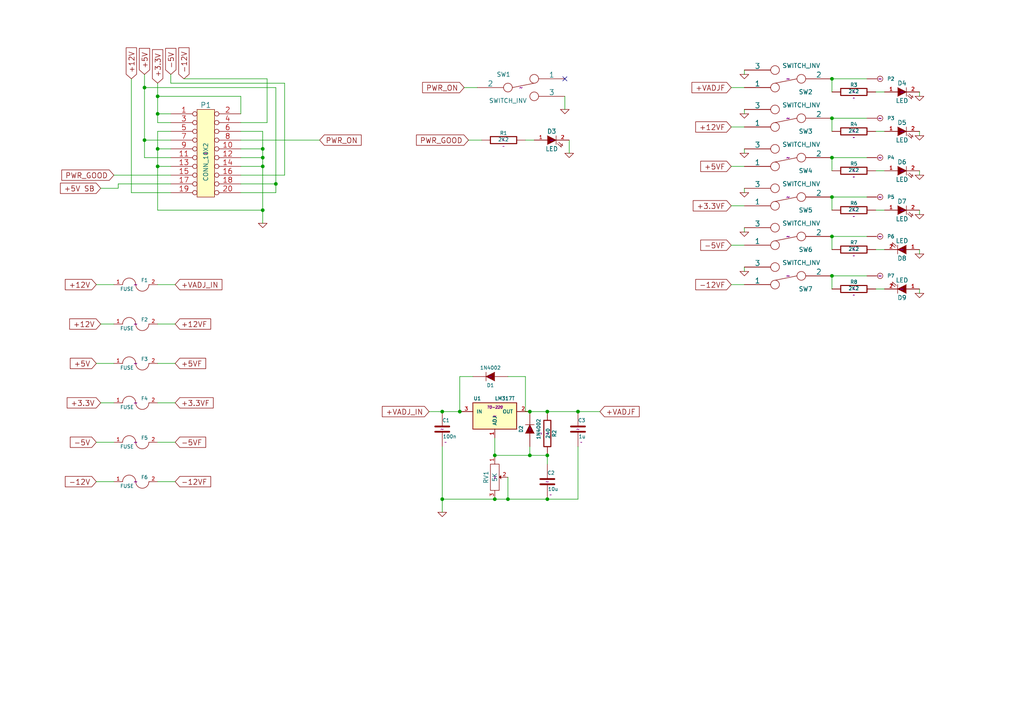
<source format=kicad_sch>
(kicad_sch (version 20230121) (generator eeschema)
  (paper "A4")
  (title_block (date "4 aug 2014"))
  (lib_symbols
    (symbol "5x5_atx_breakout-rescue:C" (pin_numbers hide) (pin_names (offset 0.254))
      (property "Reference" "C" (at 0 2.54 0))
      (property "Value" "C" (at 0.1524 -2.159 0))
      (symbol "C_0_1"
        (polyline (pts (xy -2.032 -0.762) (xy 2.032 -0.762)) (stroke (width 0.508)))
        (polyline (pts (xy -2.032 0.762) (xy 2.032 0.762)) (stroke (width 0.508)))
      )
      (symbol "C_1_1"
        (pin passive line (at 0 5.08 270) (length 4.318) (name "~") (number "1"))
        (pin passive line (at 0 -5.08 90) (length 4.318) (name "~") (number "2"))
      )
    )
    (symbol "5x5_atx_breakout-rescue:CONN_1" (pin_numbers hide) (pin_names (offset 0.762) hide)
      (property "Reference" "P" (at 2.032 0 0))
      (symbol "CONN_1_0_1"
        (polyline (pts (xy -0.762 0) (xy -1.27 0)))
        (circle (center 0 0) (radius 0.7874))
      )
      (symbol "CONN_1_1_1"
        (pin passive line (at -3.81 0 0) (length 2.54) (name "1") (number "1"))
      )
    )
    (symbol "5x5_atx_breakout-rescue:CONN_10X2" (pin_names (offset 0.254) hide)
      (property "Reference" "P" (at 0 13.97 0))
      (property "Value" "CONN_10X2" (at 0 -2.54 90))
      (symbol "CONN_10X2_0_1"
        (rectangle (start -2.54 12.7) (end 2.54 -12.7) (fill (type background)))
      )
      (symbol "CONN_10X2_1_1"
        (pin passive inverted (at -10.16 11.43 0) (length 7.62) (name "P1") (number "1"))
        (pin passive inverted (at 10.16 1.27 180) (length 7.62) (name "P10") (number "10"))
        (pin passive inverted (at -10.16 -1.27 0) (length 7.62) (name "P11") (number "11"))
        (pin passive inverted (at 10.16 -1.27 180) (length 7.62) (name "P12") (number "12"))
        (pin passive inverted (at -10.16 -3.81 0) (length 7.62) (name "P13") (number "13"))
        (pin passive inverted (at 10.16 -3.81 180) (length 7.62) (name "P14") (number "14"))
        (pin passive inverted (at -10.16 -6.35 0) (length 7.62) (name "P15") (number "15"))
        (pin passive inverted (at 10.16 -6.35 180) (length 7.62) (name "P16") (number "16"))
        (pin passive inverted (at -10.16 -8.89 0) (length 7.62) (name "P17") (number "17"))
        (pin passive inverted (at 10.16 -8.89 180) (length 7.62) (name "P18") (number "18"))
        (pin passive inverted (at -10.16 -11.43 0) (length 7.62) (name "P19") (number "19"))
        (pin passive inverted (at 10.16 11.43 180) (length 7.62) (name "P2") (number "2"))
        (pin passive inverted (at 10.16 -11.43 180) (length 7.62) (name "P20") (number "20"))
        (pin passive inverted (at -10.16 8.89 0) (length 7.62) (name "P3") (number "3"))
        (pin passive inverted (at 10.16 8.89 180) (length 7.62) (name "P4") (number "4"))
        (pin passive inverted (at -10.16 6.35 0) (length 7.62) (name "P5") (number "5"))
        (pin passive inverted (at 10.16 6.35 180) (length 7.62) (name "P6") (number "6"))
        (pin passive inverted (at -10.16 3.81 0) (length 7.62) (name "P7") (number "7"))
        (pin passive inverted (at 10.16 3.81 180) (length 7.62) (name "P8") (number "8"))
        (pin passive inverted (at -10.16 1.27 0) (length 7.62) (name "P9") (number "9"))
      )
    )
    (symbol "5x5_atx_breakout-rescue:DIODE" (pin_numbers hide) (pin_names (offset 1.016) hide)
      (property "Reference" "D" (at 0 2.54 0))
      (property "Value" "DIODE" (at 0 -2.54 0))
      (symbol "DIODE_0_1"
        (polyline (pts (xy 1.27 1.27) (xy 1.27 -1.27)) (stroke (width 0.1524)))
        (polyline (pts (xy -1.27 1.27) (xy 1.27 0) (xy -1.27 -1.27)) (fill (type outline)))
      )
      (symbol "DIODE_1_1"
        (pin passive line (at -5.08 0 0) (length 3.81) (name "A") (number "1"))
        (pin passive line (at 5.08 0 180) (length 3.81) (name "K") (number "2"))
      )
    )
    (symbol "5x5_atx_breakout-rescue:FUSE" (pin_names (offset 0.254))
      (property "Reference" "F" (at 2.54 1.27 0))
      (property "Value" "FUSE" (at -2.54 -1.27 0))
      (symbol "FUSE_0_1"
        (arc (start 0 0) (mid -1.905 1.8967) (end -3.81 0))
        (arc (start 0 0) (mid 1.905 -1.8967) (end 3.81 0))
      )
      (symbol "FUSE_1_1"
        (pin input line (at -6.35 0 0) (length 2.54) (name "~") (number "1"))
        (pin input line (at 6.35 0 180) (length 2.54) (name "~") (number "2"))
      )
    )
    (symbol "5x5_atx_breakout-rescue:GND" (power) (pin_names (offset 0))
      (symbol "GND_0_1"
        (polyline (pts (xy -1.27 0) (xy 0 -1.27) (xy 1.27 0) (xy -1.27 0)))
      )
      (symbol "GND_1_1"
        (pin power_in line (at 0 0 90) (length 0) hide (name "GND") (number "1"))
      )
    )
    (symbol "5x5_atx_breakout-rescue:LED" (pin_names (offset 1.016) hide)
      (property "Reference" "D" (at 0 2.54 0))
      (property "Value" "LED" (at 0 -2.54 0))
      (symbol "LED_0_1"
        (polyline (pts (xy 1.27 1.27) (xy 1.27 -1.27)))
        (polyline (pts (xy -1.27 1.27) (xy 1.27 0) (xy -1.27 -1.27)) (fill (type outline)))
        (polyline (pts (xy 1.651 -1.016) (xy 2.794 -2.032) (xy 2.667 -1.397)))
        (polyline (pts (xy 2.032 -0.635) (xy 3.175 -1.651) (xy 3.048 -1.016)))
      )
      (symbol "LED_1_1"
        (pin passive line (at -5.08 0 0) (length 3.81) (name "A") (number "1"))
        (pin passive line (at 5.08 0 180) (length 3.81) (name "K") (number "2"))
      )
    )
    (symbol "5x5_atx_breakout-rescue:LM317T" (pin_names (offset 1.016))
      (property "Reference" "U" (at -5.08 5.08 0))
      (property "Value" "LM317T" (at 0 5.08 0))
      (property "Footprint" "TO-220" (at 0 2.54 0))
      (symbol "LM317T_0_1"
        (rectangle (start -6.35 3.81) (end 6.35 -3.81) (stroke (width 0.254)) (fill (type background)))
      )
      (symbol "LM317T_1_1"
        (pin input line (at 0 -6.35 90) (length 2.54) (name "ADJ") (number "1"))
        (pin power_out line (at 10.16 1.27 180) (length 3.81) (name "OUT") (number "2"))
        (pin input line (at -10.16 1.27 0) (length 3.81) (name "IN") (number "3"))
      )
    )
    (symbol "5x5_atx_breakout-rescue:POT" (pin_names (offset 1.016) hide)
      (property "Reference" "RV" (at 0 -2.54 0))
      (property "Value" "POT" (at 0 0 0))
      (symbol "POT_0_1"
        (rectangle (start -3.81 1.27) (end 3.81 -1.27))
        (polyline (pts (xy 0 1.27) (xy -0.508 1.778) (xy 0.508 1.778)) (fill (type outline)))
      )
      (symbol "POT_1_1"
        (pin passive line (at -6.35 0 0) (length 2.54) (name "1") (number "1"))
        (pin passive line (at 0 3.81 270) (length 2.032) (name "2") (number "2"))
        (pin passive line (at 6.35 0 180) (length 2.54) (name "3") (number "3"))
      )
    )
    (symbol "5x5_atx_breakout-rescue:R" (pin_numbers hide) (pin_names (offset 0))
      (property "Reference" "R" (at 2.032 0 90))
      (property "Value" "R" (at 0.1778 0.0254 90))
      (symbol "R_0_1"
        (rectangle (start -1.016 3.81) (end 1.016 -3.81) (stroke (width 0.3048)))
      )
      (symbol "R_1_1"
        (pin passive line (at 0 6.35 270) (length 2.54) (name "~") (number "1"))
        (pin passive line (at 0 -6.35 90) (length 2.54) (name "~") (number "2"))
      )
    )
    (symbol "5x5_atx_breakout-rescue:SWITCH_INV" (pin_numbers hide) (pin_names (offset 0))
      (property "Reference" "SW" (at -5.08 3.81 0))
      (property "Value" "SWITCH_INV" (at -3.81 -3.81 0))
      (symbol "SWITCH_INV_0_0"
        (circle (center -3.81 0) (radius 1.27))
        (circle (center 3.81 -2.54) (radius 1.27))
      )
      (symbol "SWITCH_INV_0_1"
        (polyline (pts (xy -2.54 0) (xy 3.81 1.27)))
        (circle (center 3.81 2.54) (radius 1.27))
      )
      (symbol "SWITCH_INV_1_1"
        (pin passive line (at 12.7 2.54 180) (length 7.62) (name "1") (number "1"))
        (pin passive line (at -12.7 0 0) (length 7.62) (name "2") (number "2"))
        (pin passive line (at 12.7 -2.54 180) (length 7.62) (name "3") (number "3"))
      )
    )
  )
  (junction (at 147.32 144.78))
  (junction (at 153.67 119.38))
  (junction (at 133.35 119.38))
  (junction (at 128.27 144.78))
  (junction (at 158.75 144.78))
  (junction (at 241.3 34.29))
  (junction (at 45.72 48.26))
  (junction (at 45.72 27.94))
  (junction (at 143.51 132.08))
  (junction (at 143.51 144.78))
  (junction (at 41.91 40.64))
  (junction (at 80.01 53.34))
  (junction (at 241.3 45.72))
  (junction (at 45.72 43.18))
  (junction (at 241.3 57.15))
  (junction (at 76.2 48.26))
  (junction (at 158.75 119.38))
  (junction (at 167.64 119.38))
  (junction (at 76.2 45.72))
  (junction (at 76.2 60.96))
  (junction (at 241.3 22.86))
  (junction (at 41.91 25.4))
  (junction (at 158.75 132.08))
  (junction (at 76.2 43.18))
  (junction (at 128.27 119.38))
  (junction (at 45.72 33.02))
  (junction (at 153.67 132.08))
  (junction (at 241.3 68.58))
  (junction (at 241.3 80.01))
  (no_connect (at 163.83 22.86))
  (wire (pts (xy 266.7 49.53) (xy 266.7 50.8)))
  (wire (pts (xy 45.72 35.56) (xy 49.53 35.56)))
  (wire (pts (xy 215.9 77.47) (xy 215.9 78.74)))
  (wire (pts (xy 45.72 48.26) (xy 49.53 48.26)))
  (wire (pts (xy 266.7 60.96) (xy 266.7 62.23)))
  (wire (pts (xy 254 60.96) (xy 256.54 60.96)))
  (wire (pts (xy 153.67 119.38) (xy 158.75 119.38)))
  (wire (pts (xy 69.85 38.1) (xy 76.2 38.1)))
  (wire (pts (xy 77.47 35.56) (xy 77.47 22.86)))
  (wire (pts (xy 158.75 132.08) (xy 158.75 134.62)))
  (wire (pts (xy 45.72 43.18) (xy 45.72 48.26)))
  (wire (pts (xy 241.3 22.86) (xy 241.3 26.67)))
  (wire (pts (xy 163.83 31.75) (xy 163.83 27.94)))
  (wire (pts (xy 153.67 132.08) (xy 158.75 132.08)))
  (wire (pts (xy 45.72 82.55) (xy 50.8 82.55)))
  (wire (pts (xy 69.85 27.94) (xy 45.72 27.94)))
  (wire (pts (xy 82.55 24.13) (xy 49.53 24.13)))
  (wire (pts (xy 241.3 68.58) (xy 241.3 72.39)))
  (wire (pts (xy 254 83.82) (xy 256.54 83.82)))
  (wire (pts (xy 266.7 72.39) (xy 266.7 73.66)))
  (wire (pts (xy 241.3 34.29) (xy 251.46 34.29)))
  (wire (pts (xy 167.64 119.38) (xy 173.99 119.38)))
  (wire (pts (xy 41.91 45.72) (xy 49.53 45.72)))
  (wire (pts (xy 27.94 82.55) (xy 33.02 82.55)))
  (wire (pts (xy 128.27 144.78) (xy 128.27 148.59)))
  (wire (pts (xy 128.27 144.78) (xy 143.51 144.78)))
  (wire (pts (xy 147.32 109.22) (xy 152.4 109.22)))
  (wire (pts (xy 134.62 25.4) (xy 138.43 25.4)))
  (wire (pts (xy 45.72 38.1) (xy 49.53 38.1)))
  (wire (pts (xy 152.4 109.22) (xy 152.4 119.38)))
  (wire (pts (xy 254 38.1) (xy 256.54 38.1)))
  (wire (pts (xy 215.9 36.83) (xy 212.09 36.83)))
  (wire (pts (xy 167.64 144.78) (xy 167.64 129.54)))
  (wire (pts (xy 49.53 55.88) (xy 38.1 55.88)))
  (wire (pts (xy 49.53 53.34) (xy 34.29 53.34)))
  (wire (pts (xy 266.7 83.82) (xy 266.7 85.09)))
  (wire (pts (xy 266.7 26.67) (xy 266.7 27.94)))
  (wire (pts (xy 69.85 43.18) (xy 76.2 43.18)))
  (wire (pts (xy 80.01 25.4) (xy 80.01 53.34)))
  (wire (pts (xy 41.91 25.4) (xy 41.91 40.64)))
  (wire (pts (xy 27.94 128.27) (xy 33.02 128.27)))
  (wire (pts (xy 27.94 105.41) (xy 33.02 105.41)))
  (wire (pts (xy 254 72.39) (xy 256.54 72.39)))
  (wire (pts (xy 34.29 54.61) (xy 29.21 54.61)))
  (wire (pts (xy 215.9 66.04) (xy 215.9 67.31)))
  (wire (pts (xy 212.09 25.4) (xy 215.9 25.4)))
  (wire (pts (xy 80.01 53.34) (xy 80.01 55.88)))
  (wire (pts (xy 154.94 40.64) (xy 152.4 40.64)))
  (wire (pts (xy 241.3 68.58) (xy 251.46 68.58)))
  (wire (pts (xy 49.53 50.8) (xy 33.02 50.8)))
  (wire (pts (xy 45.72 60.96) (xy 76.2 60.96)))
  (wire (pts (xy 69.85 50.8) (xy 82.55 50.8)))
  (wire (pts (xy 82.55 50.8) (xy 82.55 24.13)))
  (wire (pts (xy 215.9 20.32) (xy 215.9 21.59)))
  (wire (pts (xy 241.3 57.15) (xy 251.46 57.15)))
  (wire (pts (xy 254 26.67) (xy 256.54 26.67)))
  (wire (pts (xy 45.72 128.27) (xy 50.8 128.27)))
  (wire (pts (xy 77.47 22.86) (xy 53.34 22.86)))
  (wire (pts (xy 41.91 21.59) (xy 41.91 25.4)))
  (wire (pts (xy 29.21 116.84) (xy 33.02 116.84)))
  (wire (pts (xy 241.3 45.72) (xy 251.46 45.72)))
  (wire (pts (xy 45.72 43.18) (xy 49.53 43.18)))
  (wire (pts (xy 34.29 53.34) (xy 34.29 54.61)))
  (wire (pts (xy 215.9 31.75) (xy 215.9 33.02)))
  (wire (pts (xy 76.2 60.96) (xy 76.2 64.77)))
  (wire (pts (xy 241.3 80.01) (xy 251.46 80.01)))
  (wire (pts (xy 69.85 35.56) (xy 77.47 35.56)))
  (wire (pts (xy 212.09 71.12) (xy 215.9 71.12)))
  (wire (pts (xy 27.94 139.7) (xy 33.02 139.7)))
  (wire (pts (xy 92.71 40.64) (xy 69.85 40.64)))
  (wire (pts (xy 33.02 93.98) (xy 29.21 93.98)))
  (wire (pts (xy 133.35 109.22) (xy 137.16 109.22)))
  (wire (pts (xy 254 49.53) (xy 256.54 49.53)))
  (wire (pts (xy 45.72 33.02) (xy 45.72 35.56)))
  (wire (pts (xy 45.72 93.98) (xy 50.8 93.98)))
  (wire (pts (xy 153.67 129.54) (xy 153.67 132.08)))
  (wire (pts (xy 241.3 45.72) (xy 241.3 49.53)))
  (wire (pts (xy 241.3 57.15) (xy 241.3 60.96)))
  (wire (pts (xy 124.46 119.38) (xy 128.27 119.38)))
  (wire (pts (xy 76.2 45.72) (xy 76.2 48.26)))
  (wire (pts (xy 69.85 53.34) (xy 80.01 53.34)))
  (wire (pts (xy 241.3 80.01) (xy 241.3 83.82)))
  (wire (pts (xy 45.72 27.94) (xy 45.72 33.02)))
  (wire (pts (xy 128.27 119.38) (xy 133.35 119.38)))
  (wire (pts (xy 76.2 48.26) (xy 76.2 60.96)))
  (wire (pts (xy 143.51 144.78) (xy 147.32 144.78)))
  (wire (pts (xy 215.9 54.61) (xy 215.9 55.88)))
  (wire (pts (xy 49.53 33.02) (xy 45.72 33.02)))
  (wire (pts (xy 147.32 144.78) (xy 147.32 138.43)))
  (wire (pts (xy 38.1 55.88) (xy 38.1 22.86)))
  (wire (pts (xy 165.1 44.45) (xy 165.1 40.64)))
  (wire (pts (xy 45.72 139.7) (xy 50.8 139.7)))
  (wire (pts (xy 80.01 55.88) (xy 69.85 55.88)))
  (wire (pts (xy 215.9 43.18) (xy 215.9 44.45)))
  (wire (pts (xy 76.2 43.18) (xy 76.2 45.72)))
  (wire (pts (xy 76.2 38.1) (xy 76.2 43.18)))
  (wire (pts (xy 158.75 144.78) (xy 167.64 144.78)))
  (wire (pts (xy 45.72 105.41) (xy 50.8 105.41)))
  (wire (pts (xy 241.3 22.86) (xy 251.46 22.86)))
  (wire (pts (xy 80.01 25.4) (xy 41.91 25.4)))
  (wire (pts (xy 139.7 40.64) (xy 135.89 40.64)))
  (wire (pts (xy 128.27 129.54) (xy 128.27 144.78)))
  (wire (pts (xy 241.3 34.29) (xy 241.3 38.1)))
  (wire (pts (xy 49.53 40.64) (xy 41.91 40.64)))
  (wire (pts (xy 152.4 119.38) (xy 153.67 119.38)))
  (wire (pts (xy 69.85 33.02) (xy 69.85 27.94)))
  (wire (pts (xy 69.85 48.26) (xy 76.2 48.26)))
  (wire (pts (xy 45.72 48.26) (xy 45.72 60.96)))
  (wire (pts (xy 212.09 59.69) (xy 215.9 59.69)))
  (wire (pts (xy 147.32 144.78) (xy 158.75 144.78)))
  (wire (pts (xy 158.75 119.38) (xy 167.64 119.38)))
  (wire (pts (xy 41.91 40.64) (xy 41.91 45.72)))
  (wire (pts (xy 69.85 45.72) (xy 76.2 45.72)))
  (wire (pts (xy 212.09 82.55) (xy 215.9 82.55)))
  (wire (pts (xy 143.51 132.08) (xy 143.51 127)))
  (wire (pts (xy 266.7 38.1) (xy 266.7 39.37)))
  (wire (pts (xy 45.72 24.13) (xy 45.72 27.94)))
  (wire (pts (xy 49.53 24.13) (xy 49.53 21.59)))
  (wire (pts (xy 45.72 38.1) (xy 45.72 43.18)))
  (wire (pts (xy 133.35 119.38) (xy 133.35 109.22)))
  (wire (pts (xy 143.51 132.08) (xy 153.67 132.08)))
  (wire (pts (xy 45.72 116.84) (xy 50.8 116.84)))
  (wire (pts (xy 212.09 48.26) (xy 215.9 48.26)))
  (global_label "-12V" (shape input) (at 53.34 22.86 90) (effects (font (size 1.524 1.524))) (property "Intersheetrefs" "${INTERSHEET_REFS}" (effects hide)))
  (global_label "+VADJF" (shape input) (at 173.99 119.38 0) (effects (font (size 1.524 1.524))) (property "Intersheetrefs" "${INTERSHEET_REFS}" (effects hide)))
  (global_label "+5VF" (shape input) (at 212.09 48.26 180) (effects (font (size 1.524 1.524))) (property "Intersheetrefs" "${INTERSHEET_REFS}" (effects hide)))
  (global_label "+12VF" (shape input) (at 212.09 36.83 180) (effects (font (size 1.524 1.524))) (property "Intersheetrefs" "${INTERSHEET_REFS}" (effects hide)))
  (global_label "+5V" (shape input) (at 27.94 105.41 180) (effects (font (size 1.524 1.524))) (property "Intersheetrefs" "${INTERSHEET_REFS}" (effects hide)))
  (global_label "+VADJ_IN" (shape input) (at 50.8 82.55 0) (effects (font (size 1.524 1.524))) (property "Intersheetrefs" "${INTERSHEET_REFS}" (effects hide)))
  (global_label "+VADJF" (shape input) (at 212.09 25.4 180) (effects (font (size 1.524 1.524))) (property "Intersheetrefs" "${INTERSHEET_REFS}" (effects hide)))
  (global_label "+12VF" (shape input) (at 50.8 93.98 0) (effects (font (size 1.524 1.524))) (property "Intersheetrefs" "${INTERSHEET_REFS}" (effects hide)))
  (global_label "PWR_GOOD" (shape input) (at 135.89 40.64 180) (effects (font (size 1.524 1.524))) (property "Intersheetrefs" "${INTERSHEET_REFS}" (effects hide)))
  (global_label "-5VF" (shape input) (at 212.09 71.12 180) (effects (font (size 1.524 1.524))) (property "Intersheetrefs" "${INTERSHEET_REFS}" (effects hide)))
  (global_label "PWR_ON" (shape input) (at 92.71 40.64 0) (effects (font (size 1.524 1.524))) (property "Intersheetrefs" "${INTERSHEET_REFS}" (effects hide)))
  (global_label "-5V" (shape input) (at 49.53 21.59 90) (effects (font (size 1.524 1.524))) (property "Intersheetrefs" "${INTERSHEET_REFS}" (effects hide)))
  (global_label "+3.3VF" (shape input) (at 50.8 116.84 0) (effects (font (size 1.524 1.524))) (property "Intersheetrefs" "${INTERSHEET_REFS}" (effects hide)))
  (global_label "+3.3VF" (shape input) (at 212.09 59.69 180) (effects (font (size 1.524 1.524))) (property "Intersheetrefs" "${INTERSHEET_REFS}" (effects hide)))
  (global_label "-12VF" (shape input) (at 212.09 82.55 180) (effects (font (size 1.524 1.524))) (property "Intersheetrefs" "${INTERSHEET_REFS}" (effects hide)))
  (global_label "PWR_GOOD" (shape input) (at 33.02 50.8 180) (effects (font (size 1.524 1.524))) (property "Intersheetrefs" "${INTERSHEET_REFS}" (effects hide)))
  (global_label "+5V SB" (shape input) (at 29.21 54.61 180) (effects (font (size 1.524 1.524))) (property "Intersheetrefs" "${INTERSHEET_REFS}" (effects hide)))
  (global_label "+12V" (shape input) (at 29.21 93.98 180) (effects (font (size 1.524 1.524))) (property "Intersheetrefs" "${INTERSHEET_REFS}" (effects hide)))
  (global_label "+3.3V" (shape input) (at 45.72 24.13 90) (effects (font (size 1.524 1.524))) (property "Intersheetrefs" "${INTERSHEET_REFS}" (effects hide)))
  (global_label "-5VF" (shape input) (at 50.8 128.27 0) (effects (font (size 1.524 1.524))) (property "Intersheetrefs" "${INTERSHEET_REFS}" (effects hide)))
  (global_label "+12V" (shape input) (at 38.1 22.86 90) (effects (font (size 1.524 1.524))) (property "Intersheetrefs" "${INTERSHEET_REFS}" (effects hide)))
  (global_label "+12V" (shape input) (at 27.94 82.55 180) (effects (font (size 1.524 1.524))) (property "Intersheetrefs" "${INTERSHEET_REFS}" (effects hide)))
  (global_label "+3.3V" (shape input) (at 29.21 116.84 180) (effects (font (size 1.524 1.524))) (property "Intersheetrefs" "${INTERSHEET_REFS}" (effects hide)))
  (global_label "+5VF" (shape input) (at 50.8 105.41 0) (effects (font (size 1.524 1.524))) (property "Intersheetrefs" "${INTERSHEET_REFS}" (effects hide)))
  (global_label "-12V" (shape input) (at 27.94 139.7 180) (effects (font (size 1.524 1.524))) (property "Intersheetrefs" "${INTERSHEET_REFS}" (effects hide)))
  (global_label "+5V" (shape input) (at 41.91 21.59 90) (effects (font (size 1.524 1.524))) (property "Intersheetrefs" "${INTERSHEET_REFS}" (effects hide)))
  (global_label "+VADJ_IN" (shape input) (at 124.46 119.38 180) (effects (font (size 1.524 1.524))) (property "Intersheetrefs" "${INTERSHEET_REFS}" (effects hide)))
  (global_label "PWR_ON" (shape input) (at 134.62 25.4 180) (effects (font (size 1.524 1.524))) (property "Intersheetrefs" "${INTERSHEET_REFS}" (effects hide)))
  (global_label "-12VF" (shape input) (at 50.8 139.7 0) (effects (font (size 1.524 1.524))) (property "Intersheetrefs" "${INTERSHEET_REFS}" (effects hide)))
  (global_label "-5V" (shape input) (at 27.94 128.27 180) (effects (font (size 1.524 1.524))) (property "Intersheetrefs" "${INTERSHEET_REFS}" (effects hide)))
  (symbol (lib_id "5x5_atx_breakout-rescue:CONN_10X2") (at 59.69 44.45 0) (unit 1)
    (property "Reference" "P1" (at 59.69 30.48 0) (effects (font (size 1.524 1.524))))
    (property "Value" "CONN_10X2" (at 59.69 46.99 90))
    (property "Footprint" "~" (at 59.69 44.45 0) (effects (font (size 1.524 1.524))))
    (property "Datasheet" "~" (at 59.69 44.45 0) (effects (font (size 1.524 1.524))))
  )
  (symbol (lib_id "5x5_atx_breakout-rescue:GND") (at 76.2 64.77 0) (unit 1)
    (property "Reference" "#PWR01" (effects hide))
    (property "Value" "GND" (effects hide))
  )
  (symbol (lib_id "5x5_atx_breakout-rescue:SWITCH_INV") (at 151.13 25.4 0) (unit 1)
    (property "Reference" "SW1" (at 146.05 21.59 0))
    (property "Value" "SWITCH_INV" (at 147.32 29.21 0))
    (property "Footprint" "~" (at 151.13 25.4 0) (effects (font (size 1.524 1.524))))
    (property "Datasheet" "~" (at 151.13 25.4 0) (effects (font (size 1.524 1.524))))
  )
  (symbol (lib_id "5x5_atx_breakout-rescue:GND") (at 163.83 31.75 0) (unit 1)
    (property "Reference" "#PWR02" (effects hide))
    (property "Value" "GND" (effects hide))
  )
  (symbol (lib_id "5x5_atx_breakout-rescue:LED") (at 160.02 40.64 0) (unit 1)
    (property "Reference" "D3" (at 160.02 38.1 0))
    (property "Value" "LED" (at 160.02 43.18 0))
    (property "Footprint" "~" (at 160.02 40.64 0) (effects (font (size 1.524 1.524))))
    (property "Datasheet" "~" (at 160.02 40.64 0) (effects (font (size 1.524 1.524))))
  )
  (symbol (lib_id "5x5_atx_breakout-rescue:R") (at 146.05 40.64 90) (unit 1)
    (property "Reference" "R1" (at 146.05 38.608 90) (effects (font (size 1.016 1.016))))
    (property "Value" "2K2" (at 146.0246 40.4622 90) (effects (font (size 1.016 1.016))))
    (property "Footprint" "~" (at 146.05 42.418 90) (effects (font (size 0.762 0.762))))
    (property "Datasheet" "~" (at 146.05 40.64 0) (effects (font (size 0.762 0.762))))
  )
  (symbol (lib_id "5x5_atx_breakout-rescue:GND") (at 165.1 44.45 0) (unit 1)
    (property "Reference" "#PWR03" (effects hide))
    (property "Value" "GND" (effects hide))
  )
  (symbol (lib_id "5x5_atx_breakout-rescue:CONN_1") (at 255.27 34.29 0) (unit 1)
    (property "Reference" "P3" (at 257.302 34.29 0) (effects (font (size 1.016 1.016)) (justify left)))
    (property "Value" "CONN_1" (effects hide))
    (property "Footprint" "~" (at 255.27 34.29 0) (effects (font (size 1.524 1.524))))
    (property "Datasheet" "~" (at 255.27 34.29 0) (effects (font (size 1.524 1.524))))
  )
  (symbol (lib_id "5x5_atx_breakout-rescue:SWITCH_INV") (at 228.6 34.29 180) (unit 1)
    (property "Reference" "SW3" (at 233.68 38.1 0))
    (property "Value" "SWITCH_INV" (at 232.41 30.48 0))
    (property "Footprint" "~" (at 228.6 34.29 0) (effects (font (size 1.524 1.524))))
    (property "Datasheet" "~" (at 228.6 34.29 0) (effects (font (size 1.524 1.524))))
  )
  (symbol (lib_id "5x5_atx_breakout-rescue:GND") (at 215.9 33.02 0) (unit 1)
    (property "Reference" "#PWR04" (effects hide))
    (property "Value" "GND" (effects hide))
  )
  (symbol (lib_id "5x5_atx_breakout-rescue:R") (at 247.65 38.1 90) (unit 1)
    (property "Reference" "R4" (at 247.65 36.068 90) (effects (font (size 1.016 1.016))))
    (property "Value" "2K2" (at 247.6246 37.9222 90) (effects (font (size 1.016 1.016))))
    (property "Footprint" "~" (at 247.65 39.878 90) (effects (font (size 0.762 0.762))))
    (property "Datasheet" "~" (at 247.65 38.1 0) (effects (font (size 0.762 0.762))))
  )
  (symbol (lib_id "5x5_atx_breakout-rescue:LED") (at 261.62 38.1 0) (unit 1)
    (property "Reference" "D5" (at 261.62 35.56 0))
    (property "Value" "LED" (at 261.62 40.64 0))
    (property "Footprint" "~" (at 261.62 38.1 0) (effects (font (size 1.524 1.524))))
    (property "Datasheet" "~" (at 261.62 38.1 0) (effects (font (size 1.524 1.524))))
  )
  (symbol (lib_id "5x5_atx_breakout-rescue:GND") (at 266.7 39.37 0) (unit 1)
    (property "Reference" "#PWR05" (effects hide))
    (property "Value" "GND" (effects hide))
  )
  (symbol (lib_id "5x5_atx_breakout-rescue:CONN_1") (at 255.27 45.72 0) (unit 1)
    (property "Reference" "P4" (at 257.302 45.72 0) (effects (font (size 1.016 1.016)) (justify left)))
    (property "Value" "CONN_1" (effects hide))
    (property "Footprint" "~" (at 255.27 45.72 0) (effects (font (size 1.524 1.524))))
    (property "Datasheet" "~" (at 255.27 45.72 0) (effects (font (size 1.524 1.524))))
  )
  (symbol (lib_id "5x5_atx_breakout-rescue:SWITCH_INV") (at 228.6 45.72 180) (unit 1)
    (property "Reference" "SW4" (at 233.68 49.53 0))
    (property "Value" "SWITCH_INV" (at 232.41 41.91 0))
    (property "Footprint" "~" (at 228.6 45.72 0) (effects (font (size 1.524 1.524))))
    (property "Datasheet" "~" (at 228.6 45.72 0) (effects (font (size 1.524 1.524))))
  )
  (symbol (lib_id "5x5_atx_breakout-rescue:GND") (at 215.9 44.45 0) (unit 1)
    (property "Reference" "#PWR06" (effects hide))
    (property "Value" "GND" (effects hide))
  )
  (symbol (lib_id "5x5_atx_breakout-rescue:R") (at 247.65 49.53 90) (unit 1)
    (property "Reference" "R5" (at 247.65 47.498 90) (effects (font (size 1.016 1.016))))
    (property "Value" "2K2" (at 247.6246 49.3522 90) (effects (font (size 1.016 1.016))))
    (property "Footprint" "~" (at 247.65 51.308 90) (effects (font (size 0.762 0.762))))
    (property "Datasheet" "~" (at 247.65 49.53 0) (effects (font (size 0.762 0.762))))
  )
  (symbol (lib_id "5x5_atx_breakout-rescue:LED") (at 261.62 49.53 0) (unit 1)
    (property "Reference" "D6" (at 261.62 46.99 0))
    (property "Value" "LED" (at 261.62 52.07 0))
    (property "Footprint" "~" (at 261.62 49.53 0) (effects (font (size 1.524 1.524))))
    (property "Datasheet" "~" (at 261.62 49.53 0) (effects (font (size 1.524 1.524))))
  )
  (symbol (lib_id "5x5_atx_breakout-rescue:GND") (at 266.7 50.8 0) (unit 1)
    (property "Reference" "#PWR07" (effects hide))
    (property "Value" "GND" (effects hide))
  )
  (symbol (lib_id "5x5_atx_breakout-rescue:CONN_1") (at 255.27 57.15 0) (unit 1)
    (property "Reference" "P5" (at 257.302 57.15 0) (effects (font (size 1.016 1.016)) (justify left)))
    (property "Value" "CONN_1" (effects hide))
    (property "Footprint" "~" (at 255.27 57.15 0) (effects (font (size 1.524 1.524))))
    (property "Datasheet" "~" (at 255.27 57.15 0) (effects (font (size 1.524 1.524))))
  )
  (symbol (lib_id "5x5_atx_breakout-rescue:SWITCH_INV") (at 228.6 57.15 180) (unit 1)
    (property "Reference" "SW5" (at 233.68 60.96 0))
    (property "Value" "SWITCH_INV" (at 232.41 53.34 0))
    (property "Footprint" "~" (at 228.6 57.15 0) (effects (font (size 1.524 1.524))))
    (property "Datasheet" "~" (at 228.6 57.15 0) (effects (font (size 1.524 1.524))))
  )
  (symbol (lib_id "5x5_atx_breakout-rescue:GND") (at 215.9 55.88 0) (unit 1)
    (property "Reference" "#PWR08" (effects hide))
    (property "Value" "GND" (effects hide))
  )
  (symbol (lib_id "5x5_atx_breakout-rescue:R") (at 247.65 60.96 90) (unit 1)
    (property "Reference" "R6" (at 247.65 58.928 90) (effects (font (size 1.016 1.016))))
    (property "Value" "2K2" (at 247.6246 60.7822 90) (effects (font (size 1.016 1.016))))
    (property "Footprint" "~" (at 247.65 62.738 90) (effects (font (size 0.762 0.762))))
    (property "Datasheet" "~" (at 247.65 60.96 0) (effects (font (size 0.762 0.762))))
  )
  (symbol (lib_id "5x5_atx_breakout-rescue:LED") (at 261.62 60.96 0) (unit 1)
    (property "Reference" "D7" (at 261.62 58.42 0))
    (property "Value" "LED" (at 261.62 63.5 0))
    (property "Footprint" "~" (at 261.62 60.96 0) (effects (font (size 1.524 1.524))))
    (property "Datasheet" "~" (at 261.62 60.96 0) (effects (font (size 1.524 1.524))))
  )
  (symbol (lib_id "5x5_atx_breakout-rescue:GND") (at 266.7 62.23 0) (unit 1)
    (property "Reference" "#PWR09" (effects hide))
    (property "Value" "GND" (effects hide))
  )
  (symbol (lib_id "5x5_atx_breakout-rescue:CONN_1") (at 255.27 68.58 0) (unit 1)
    (property "Reference" "P6" (at 257.302 68.58 0) (effects (font (size 1.016 1.016)) (justify left)))
    (property "Value" "CONN_1" (effects hide))
    (property "Footprint" "~" (at 255.27 68.58 0) (effects (font (size 1.524 1.524))))
    (property "Datasheet" "~" (at 255.27 68.58 0) (effects (font (size 1.524 1.524))))
  )
  (symbol (lib_id "5x5_atx_breakout-rescue:SWITCH_INV") (at 228.6 68.58 180) (unit 1)
    (property "Reference" "SW6" (at 233.68 72.39 0))
    (property "Value" "SWITCH_INV" (at 232.41 64.77 0))
    (property "Footprint" "~" (at 228.6 68.58 0) (effects (font (size 1.524 1.524))))
    (property "Datasheet" "~" (at 228.6 68.58 0) (effects (font (size 1.524 1.524))))
  )
  (symbol (lib_id "5x5_atx_breakout-rescue:GND") (at 215.9 67.31 0) (unit 1)
    (property "Reference" "#PWR010" (effects hide))
    (property "Value" "GND" (effects hide))
  )
  (symbol (lib_id "5x5_atx_breakout-rescue:R") (at 247.65 72.39 90) (unit 1)
    (property "Reference" "R7" (at 247.65 70.358 90) (effects (font (size 1.016 1.016))))
    (property "Value" "2K2" (at 247.6246 72.2122 90) (effects (font (size 1.016 1.016))))
    (property "Footprint" "~" (at 247.65 74.168 90) (effects (font (size 0.762 0.762))))
    (property "Datasheet" "~" (at 247.65 72.39 0) (effects (font (size 0.762 0.762))))
  )
  (symbol (lib_id "5x5_atx_breakout-rescue:LED") (at 261.62 72.39 180) (unit 1)
    (property "Reference" "D8" (at 261.62 74.93 0))
    (property "Value" "LED" (at 261.62 69.85 0))
    (property "Footprint" "~" (at 261.62 72.39 0) (effects (font (size 1.524 1.524))))
    (property "Datasheet" "~" (at 261.62 72.39 0) (effects (font (size 1.524 1.524))))
  )
  (symbol (lib_id "5x5_atx_breakout-rescue:GND") (at 266.7 73.66 0) (unit 1)
    (property "Reference" "#PWR011" (effects hide))
    (property "Value" "GND" (effects hide))
  )
  (symbol (lib_id "5x5_atx_breakout-rescue:CONN_1") (at 255.27 80.01 0) (unit 1)
    (property "Reference" "P7" (at 257.302 80.01 0) (effects (font (size 1.016 1.016)) (justify left)))
    (property "Value" "CONN_1" (effects hide))
    (property "Footprint" "~" (at 255.27 80.01 0) (effects (font (size 1.524 1.524))))
    (property "Datasheet" "~" (at 255.27 80.01 0) (effects (font (size 1.524 1.524))))
  )
  (symbol (lib_id "5x5_atx_breakout-rescue:SWITCH_INV") (at 228.6 80.01 180) (unit 1)
    (property "Reference" "SW7" (at 233.68 83.82 0))
    (property "Value" "SWITCH_INV" (at 232.41 76.2 0))
    (property "Footprint" "~" (at 228.6 80.01 0) (effects (font (size 1.524 1.524))))
    (property "Datasheet" "~" (at 228.6 80.01 0) (effects (font (size 1.524 1.524))))
  )
  (symbol (lib_id "5x5_atx_breakout-rescue:GND") (at 215.9 78.74 0) (unit 1)
    (property "Reference" "#PWR012" (effects hide))
    (property "Value" "GND" (effects hide))
  )
  (symbol (lib_id "5x5_atx_breakout-rescue:R") (at 247.65 83.82 90) (unit 1)
    (property "Reference" "R8" (at 247.65 81.788 90) (effects (font (size 1.016 1.016))))
    (property "Value" "2K2" (at 247.6246 83.6422 90) (effects (font (size 1.016 1.016))))
    (property "Footprint" "~" (at 247.65 85.598 90) (effects (font (size 0.762 0.762))))
    (property "Datasheet" "~" (at 247.65 83.82 0) (effects (font (size 0.762 0.762))))
  )
  (symbol (lib_id "5x5_atx_breakout-rescue:LED") (at 261.62 83.82 180) (unit 1)
    (property "Reference" "D9" (at 261.62 86.36 0))
    (property "Value" "LED" (at 261.62 81.28 0))
    (property "Footprint" "~" (at 261.62 83.82 0) (effects (font (size 1.524 1.524))))
    (property "Datasheet" "~" (at 261.62 83.82 0) (effects (font (size 1.524 1.524))))
  )
  (symbol (lib_id "5x5_atx_breakout-rescue:GND") (at 266.7 85.09 0) (unit 1)
    (property "Reference" "#PWR013" (effects hide))
    (property "Value" "GND" (effects hide))
  )
  (symbol (lib_id "5x5_atx_breakout-rescue:CONN_1") (at 255.27 22.86 0) (unit 1)
    (property "Reference" "P2" (at 257.302 22.86 0) (effects (font (size 1.016 1.016)) (justify left)))
    (property "Value" "CONN_1" (effects hide))
    (property "Footprint" "~" (at 255.27 22.86 0) (effects (font (size 1.524 1.524))))
    (property "Datasheet" "~" (at 255.27 22.86 0) (effects (font (size 1.524 1.524))))
  )
  (symbol (lib_id "5x5_atx_breakout-rescue:SWITCH_INV") (at 228.6 22.86 180) (unit 1)
    (property "Reference" "SW2" (at 233.68 26.67 0))
    (property "Value" "SWITCH_INV" (at 232.41 19.05 0))
    (property "Footprint" "~" (at 228.6 22.86 0) (effects (font (size 1.524 1.524))))
    (property "Datasheet" "~" (at 228.6 22.86 0) (effects (font (size 1.524 1.524))))
  )
  (symbol (lib_id "5x5_atx_breakout-rescue:GND") (at 215.9 21.59 0) (unit 1)
    (property "Reference" "#PWR014" (effects hide))
    (property "Value" "GND" (effects hide))
  )
  (symbol (lib_id "5x5_atx_breakout-rescue:R") (at 247.65 26.67 90) (unit 1)
    (property "Reference" "R3" (at 247.65 24.638 90) (effects (font (size 1.016 1.016))))
    (property "Value" "2K2" (at 247.6246 26.4922 90) (effects (font (size 1.016 1.016))))
    (property "Footprint" "~" (at 247.65 28.448 90) (effects (font (size 0.762 0.762))))
    (property "Datasheet" "~" (at 247.65 26.67 0) (effects (font (size 0.762 0.762))))
  )
  (symbol (lib_id "5x5_atx_breakout-rescue:LED") (at 261.62 26.67 0) (unit 1)
    (property "Reference" "D4" (at 261.62 24.13 0))
    (property "Value" "LED" (at 261.62 29.21 0))
    (property "Footprint" "~" (at 261.62 26.67 0) (effects (font (size 1.524 1.524))))
    (property "Datasheet" "~" (at 261.62 26.67 0) (effects (font (size 1.524 1.524))))
  )
  (symbol (lib_id "5x5_atx_breakout-rescue:GND") (at 266.7 27.94 0) (unit 1)
    (property "Reference" "#PWR015" (effects hide))
    (property "Value" "GND" (effects hide))
  )
  (symbol (lib_id "5x5_atx_breakout-rescue:FUSE") (at 39.37 93.98 0) (unit 1)
    (property "Reference" "F2" (at 41.91 92.71 0) (effects (font (size 1.016 1.016))))
    (property "Value" "FUSE" (at 36.83 95.25 0) (effects (font (size 1.016 1.016))))
    (property "Footprint" "~" (at 39.37 93.98 0) (effects (font (size 1.524 1.524))))
    (property "Datasheet" "~" (at 39.37 93.98 0) (effects (font (size 1.524 1.524))))
  )
  (symbol (lib_id "5x5_atx_breakout-rescue:FUSE") (at 39.37 105.41 0) (unit 1)
    (property "Reference" "F3" (at 41.91 104.14 0) (effects (font (size 1.016 1.016))))
    (property "Value" "FUSE" (at 36.83 106.68 0) (effects (font (size 1.016 1.016))))
    (property "Footprint" "~" (at 39.37 105.41 0) (effects (font (size 1.524 1.524))))
    (property "Datasheet" "~" (at 39.37 105.41 0) (effects (font (size 1.524 1.524))))
  )
  (symbol (lib_id "5x5_atx_breakout-rescue:FUSE") (at 39.37 116.84 0) (unit 1)
    (property "Reference" "F4" (at 41.91 115.57 0) (effects (font (size 1.016 1.016))))
    (property "Value" "FUSE" (at 36.83 118.11 0) (effects (font (size 1.016 1.016))))
    (property "Footprint" "~" (at 39.37 116.84 0) (effects (font (size 1.524 1.524))))
    (property "Datasheet" "~" (at 39.37 116.84 0) (effects (font (size 1.524 1.524))))
  )
  (symbol (lib_id "5x5_atx_breakout-rescue:FUSE") (at 39.37 128.27 0) (unit 1)
    (property "Reference" "F5" (at 41.91 127 0) (effects (font (size 1.016 1.016))))
    (property "Value" "FUSE" (at 36.83 129.54 0) (effects (font (size 1.016 1.016))))
    (property "Footprint" "~" (at 39.37 128.27 0) (effects (font (size 1.524 1.524))))
    (property "Datasheet" "~" (at 39.37 128.27 0) (effects (font (size 1.524 1.524))))
  )
  (symbol (lib_id "5x5_atx_breakout-rescue:FUSE") (at 39.37 139.7 0) (unit 1)
    (property "Reference" "F6" (at 41.91 138.43 0) (effects (font (size 1.016 1.016))))
    (property "Value" "FUSE" (at 36.83 140.97 0) (effects (font (size 1.016 1.016))))
    (property "Footprint" "~" (at 39.37 139.7 0) (effects (font (size 1.524 1.524))))
    (property "Datasheet" "~" (at 39.37 139.7 0) (effects (font (size 1.524 1.524))))
  )
  (symbol (lib_id "5x5_atx_breakout-rescue:FUSE") (at 39.37 82.55 0) (unit 1)
    (property "Reference" "F1" (at 41.91 81.28 0) (effects (font (size 1.016 1.016))))
    (property "Value" "FUSE" (at 36.83 83.82 0) (effects (font (size 1.016 1.016))))
    (property "Footprint" "~" (at 39.37 82.55 0) (effects (font (size 1.524 1.524))))
    (property "Datasheet" "~" (at 39.37 82.55 0) (effects (font (size 1.524 1.524))))
  )
  (symbol (lib_id "5x5_atx_breakout-rescue:R") (at 158.75 125.73 0) (unit 1)
    (property "Reference" "R2" (at 160.782 125.73 90) (effects (font (size 1.016 1.016))))
    (property "Value" "240" (at 158.9278 125.7046 90) (effects (font (size 1.016 1.016))))
    (property "Footprint" "~" (at 156.972 125.73 90) (effects (font (size 0.762 0.762))))
    (property "Datasheet" "~" (at 158.75 125.73 0) (effects (font (size 0.762 0.762))))
  )
  (symbol (lib_id "5x5_atx_breakout-rescue:C") (at 128.27 124.46 0) (unit 1)
    (property "Reference" "C1" (at 128.27 121.92 0) (effects (font (size 1.016 1.016)) (justify left)))
    (property "Value" "100n" (at 128.4224 126.619 0) (effects (font (size 1.016 1.016)) (justify left)))
    (property "Footprint" "~" (at 129.2352 128.27 0) (effects (font (size 0.762 0.762))))
    (property "Datasheet" "~" (at 128.27 124.46 0) (effects (font (size 1.524 1.524))))
  )
  (symbol (lib_id "5x5_atx_breakout-rescue:POT") (at 143.51 138.43 270) (unit 1)
    (property "Reference" "RV1" (at 140.97 138.43 0))
    (property "Value" "5K" (at 143.51 138.43 0))
    (property "Footprint" "~" (at 143.51 138.43 0) (effects (font (size 1.524 1.524))))
    (property "Datasheet" "~" (at 143.51 138.43 0) (effects (font (size 1.524 1.524))))
  )
  (symbol (lib_id "5x5_atx_breakout-rescue:DIODE") (at 142.24 109.22 180) (unit 1)
    (property "Reference" "D1" (at 142.24 111.76 0) (effects (font (size 1.016 1.016))))
    (property "Value" "1N4002" (at 142.24 106.68 0) (effects (font (size 1.016 1.016))))
    (property "Footprint" "~" (at 142.24 109.22 0) (effects (font (size 1.524 1.524))))
    (property "Datasheet" "~" (at 142.24 109.22 0) (effects (font (size 1.524 1.524))))
  )
  (symbol (lib_id "5x5_atx_breakout-rescue:DIODE") (at 153.67 124.46 90) (unit 1)
    (property "Reference" "D2" (at 151.13 124.46 0) (effects (font (size 1.016 1.016))))
    (property "Value" "1N4002" (at 156.21 124.46 0) (effects (font (size 1.016 1.016))))
    (property "Footprint" "~" (at 153.67 124.46 0) (effects (font (size 1.524 1.524))))
    (property "Datasheet" "~" (at 153.67 124.46 0) (effects (font (size 1.524 1.524))))
  )
  (symbol (lib_id "5x5_atx_breakout-rescue:C") (at 158.75 139.7 0) (unit 1)
    (property "Reference" "C2" (at 158.75 137.16 0) (effects (font (size 1.016 1.016)) (justify left)))
    (property "Value" "10u" (at 158.9024 141.859 0) (effects (font (size 1.016 1.016)) (justify left)))
    (property "Footprint" "~" (at 159.7152 143.51 0) (effects (font (size 0.762 0.762))))
    (property "Datasheet" "~" (at 158.75 139.7 0) (effects (font (size 1.524 1.524))))
  )
  (symbol (lib_id "5x5_atx_breakout-rescue:C") (at 167.64 124.46 0) (unit 1)
    (property "Reference" "C3" (at 167.64 121.92 0) (effects (font (size 1.016 1.016)) (justify left)))
    (property "Value" "1u" (at 167.7924 126.619 0) (effects (font (size 1.016 1.016)) (justify left)))
    (property "Footprint" "~" (at 168.6052 128.27 0) (effects (font (size 0.762 0.762))))
    (property "Datasheet" "~" (at 167.64 124.46 0) (effects (font (size 1.524 1.524))))
  )
  (symbol (lib_id "5x5_atx_breakout-rescue:GND") (at 128.27 148.59 0) (unit 1)
    (property "Reference" "#PWR016" (effects hide))
    (property "Value" "GND" (effects hide))
  )
  (symbol (lib_id "5x5_atx_breakout-rescue:LM317T") (at 143.51 120.65 0) (unit 1)
    (property "Reference" "U1" (at 138.43 115.57 0) (effects (font (size 1.016 1.016))))
    (property "Value" "LM317T" (at 143.51 115.57 0) (effects (font (size 1.016 1.016)) (justify left)))
    (property "Footprint" "TO-220" (at 143.51 118.11 0) (effects (font (size 0.762 0.762) italic)))
    (property "Datasheet" "~" (at 143.51 120.65 0) (effects (font (size 1.524 1.524))))
  )
)
</source>
